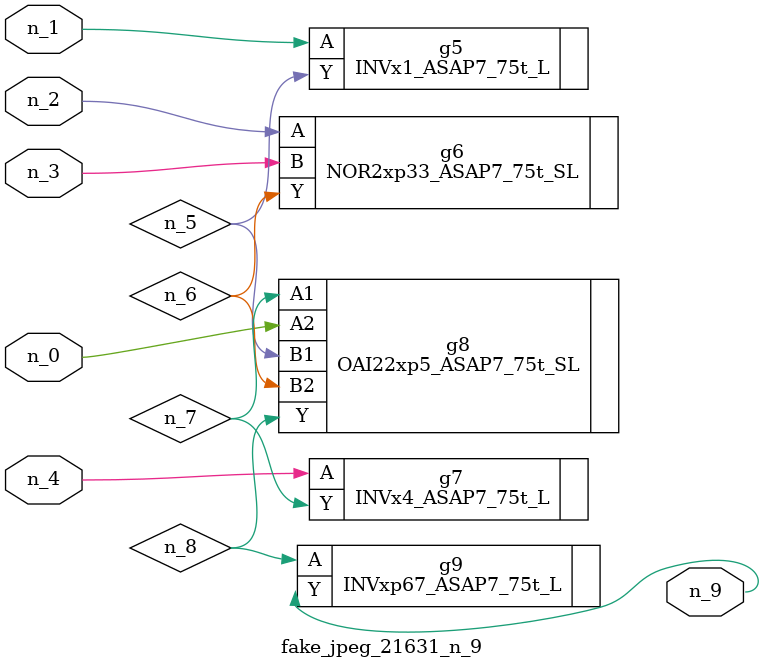
<source format=v>
module fake_jpeg_21631_n_9 (n_3, n_2, n_1, n_0, n_4, n_9);

input n_3;
input n_2;
input n_1;
input n_0;
input n_4;

output n_9;

wire n_8;
wire n_6;
wire n_5;
wire n_7;

INVx1_ASAP7_75t_L g5 ( 
.A(n_1),
.Y(n_5)
);

NOR2xp33_ASAP7_75t_SL g6 ( 
.A(n_2),
.B(n_3),
.Y(n_6)
);

INVx4_ASAP7_75t_L g7 ( 
.A(n_4),
.Y(n_7)
);

OAI22xp5_ASAP7_75t_SL g8 ( 
.A1(n_7),
.A2(n_0),
.B1(n_5),
.B2(n_6),
.Y(n_8)
);

INVxp67_ASAP7_75t_L g9 ( 
.A(n_8),
.Y(n_9)
);


endmodule
</source>
